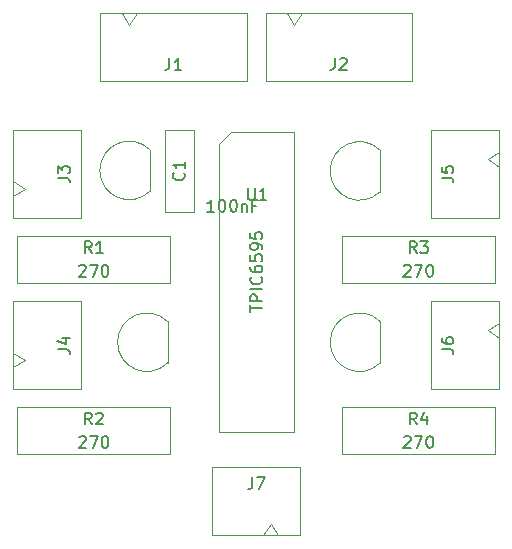
<source format=gbr>
G04 #@! TF.GenerationSoftware,KiCad,Pcbnew,(5.1.4)-1*
G04 #@! TF.CreationDate,2020-08-13T18:30:19+03:00*
G04 #@! TF.ProjectId,4_switch_array,345f7377-6974-4636-985f-61727261792e,rev?*
G04 #@! TF.SameCoordinates,Original*
G04 #@! TF.FileFunction,Other,Fab,Top*
%FSLAX46Y46*%
G04 Gerber Fmt 4.6, Leading zero omitted, Abs format (unit mm)*
G04 Created by KiCad (PCBNEW (5.1.4)-1) date 2020-08-13 18:30:19*
%MOMM*%
%LPD*%
G04 APERTURE LIST*
%ADD10C,0.100000*%
%ADD11C,0.150000*%
G04 APERTURE END LIST*
D10*
X139000000Y-45500000D02*
X139000000Y-52500000D01*
X141500000Y-45500000D02*
X139000000Y-45500000D01*
X141500000Y-52500000D02*
X141500000Y-45500000D01*
X139000000Y-52500000D02*
X141500000Y-52500000D01*
X143635000Y-46730000D02*
X144635000Y-45730000D01*
X143635000Y-71130000D02*
X143635000Y-46730000D01*
X149985000Y-71130000D02*
X143635000Y-71130000D01*
X149985000Y-45730000D02*
X149985000Y-71130000D01*
X144635000Y-45730000D02*
X149985000Y-45730000D01*
X126500000Y-73000000D02*
X139500000Y-73000000D01*
X126500000Y-69000000D02*
X126500000Y-73000000D01*
X139500000Y-69000000D02*
X126500000Y-69000000D01*
X139500000Y-73000000D02*
X139500000Y-69000000D01*
X167000000Y-54500000D02*
X154000000Y-54500000D01*
X167000000Y-58500000D02*
X167000000Y-54500000D01*
X154000000Y-58500000D02*
X167000000Y-58500000D01*
X154000000Y-54500000D02*
X154000000Y-58500000D01*
X126500000Y-58500000D02*
X139500000Y-58500000D01*
X126500000Y-54500000D02*
X126500000Y-58500000D01*
X139500000Y-54500000D02*
X126500000Y-54500000D01*
X139500000Y-58500000D02*
X139500000Y-54500000D01*
X167000000Y-69000000D02*
X154000000Y-69000000D01*
X167000000Y-73000000D02*
X167000000Y-69000000D01*
X154000000Y-73000000D02*
X167000000Y-73000000D01*
X154000000Y-69000000D02*
X154000000Y-73000000D01*
X139253625Y-65253625D02*
G75*
G02X135020000Y-63500000I-1753625J1753625D01*
G01*
X139253625Y-61746375D02*
G75*
G03X135020000Y-63500000I-1753625J-1753625D01*
G01*
X139250000Y-65240000D02*
X139250000Y-61740000D01*
X157253625Y-50753625D02*
G75*
G02X153020000Y-49000000I-1753625J1753625D01*
G01*
X157253625Y-47246375D02*
G75*
G03X153020000Y-49000000I-1753625J-1753625D01*
G01*
X157250000Y-50740000D02*
X157250000Y-47240000D01*
X137753625Y-50713625D02*
G75*
G02X133520000Y-48960000I-1753625J1753625D01*
G01*
X137753625Y-47206375D02*
G75*
G03X133520000Y-48960000I-1753625J-1753625D01*
G01*
X137750000Y-50700000D02*
X137750000Y-47200000D01*
X157253625Y-65253625D02*
G75*
G02X153020000Y-63500000I-1753625J1753625D01*
G01*
X157253625Y-61746375D02*
G75*
G03X153020000Y-63500000I-1753625J-1753625D01*
G01*
X157250000Y-65240000D02*
X157250000Y-61740000D01*
X148000000Y-78850000D02*
X147375000Y-79850000D01*
X148625000Y-79850000D02*
X148000000Y-78850000D01*
X143050000Y-79850000D02*
X150450000Y-79850000D01*
X143050000Y-74100000D02*
X143050000Y-79850000D01*
X150450000Y-74100000D02*
X143050000Y-74100000D01*
X150450000Y-79850000D02*
X150450000Y-74100000D01*
X127150000Y-65000000D02*
X126150000Y-64375000D01*
X126150000Y-65625000D02*
X127150000Y-65000000D01*
X126150000Y-60050000D02*
X126150000Y-67450000D01*
X131900000Y-60050000D02*
X126150000Y-60050000D01*
X131900000Y-67450000D02*
X131900000Y-60050000D01*
X126150000Y-67450000D02*
X131900000Y-67450000D01*
X166350000Y-48000000D02*
X167350000Y-48625000D01*
X167350000Y-47375000D02*
X166350000Y-48000000D01*
X167350000Y-52950000D02*
X167350000Y-45550000D01*
X161600000Y-52950000D02*
X167350000Y-52950000D01*
X161600000Y-45550000D02*
X161600000Y-52950000D01*
X167350000Y-45550000D02*
X161600000Y-45550000D01*
X127150000Y-50500000D02*
X126150000Y-49875000D01*
X126150000Y-51125000D02*
X127150000Y-50500000D01*
X126150000Y-45550000D02*
X126150000Y-52950000D01*
X131900000Y-45550000D02*
X126150000Y-45550000D01*
X131900000Y-52950000D02*
X131900000Y-45550000D01*
X126150000Y-52950000D02*
X131900000Y-52950000D01*
X166350000Y-62500000D02*
X167350000Y-63125000D01*
X167350000Y-61875000D02*
X166350000Y-62500000D01*
X167350000Y-67450000D02*
X167350000Y-60050000D01*
X161600000Y-67450000D02*
X167350000Y-67450000D01*
X161600000Y-60050000D02*
X161600000Y-67450000D01*
X167350000Y-60050000D02*
X161600000Y-60050000D01*
X150000000Y-36650000D02*
X150625000Y-35650000D01*
X149375000Y-35650000D02*
X150000000Y-36650000D01*
X159950000Y-35650000D02*
X147550000Y-35650000D01*
X159950000Y-41400000D02*
X159950000Y-35650000D01*
X147550000Y-41400000D02*
X159950000Y-41400000D01*
X147550000Y-35650000D02*
X147550000Y-41400000D01*
X136000000Y-36650000D02*
X136625000Y-35650000D01*
X135375000Y-35650000D02*
X136000000Y-36650000D01*
X145950000Y-35650000D02*
X133550000Y-35650000D01*
X145950000Y-41400000D02*
X145950000Y-35650000D01*
X133550000Y-41400000D02*
X145950000Y-41400000D01*
X133550000Y-35650000D02*
X133550000Y-41400000D01*
D11*
X143202380Y-52452380D02*
X142630952Y-52452380D01*
X142916666Y-52452380D02*
X142916666Y-51452380D01*
X142821428Y-51595238D01*
X142726190Y-51690476D01*
X142630952Y-51738095D01*
X143821428Y-51452380D02*
X143916666Y-51452380D01*
X144011904Y-51500000D01*
X144059523Y-51547619D01*
X144107142Y-51642857D01*
X144154761Y-51833333D01*
X144154761Y-52071428D01*
X144107142Y-52261904D01*
X144059523Y-52357142D01*
X144011904Y-52404761D01*
X143916666Y-52452380D01*
X143821428Y-52452380D01*
X143726190Y-52404761D01*
X143678571Y-52357142D01*
X143630952Y-52261904D01*
X143583333Y-52071428D01*
X143583333Y-51833333D01*
X143630952Y-51642857D01*
X143678571Y-51547619D01*
X143726190Y-51500000D01*
X143821428Y-51452380D01*
X144773809Y-51452380D02*
X144869047Y-51452380D01*
X144964285Y-51500000D01*
X145011904Y-51547619D01*
X145059523Y-51642857D01*
X145107142Y-51833333D01*
X145107142Y-52071428D01*
X145059523Y-52261904D01*
X145011904Y-52357142D01*
X144964285Y-52404761D01*
X144869047Y-52452380D01*
X144773809Y-52452380D01*
X144678571Y-52404761D01*
X144630952Y-52357142D01*
X144583333Y-52261904D01*
X144535714Y-52071428D01*
X144535714Y-51833333D01*
X144583333Y-51642857D01*
X144630952Y-51547619D01*
X144678571Y-51500000D01*
X144773809Y-51452380D01*
X145535714Y-51785714D02*
X145535714Y-52452380D01*
X145535714Y-51880952D02*
X145583333Y-51833333D01*
X145678571Y-51785714D01*
X145821428Y-51785714D01*
X145916666Y-51833333D01*
X145964285Y-51928571D01*
X145964285Y-52452380D01*
X146773809Y-51928571D02*
X146440476Y-51928571D01*
X146440476Y-52452380D02*
X146440476Y-51452380D01*
X146916666Y-51452380D01*
X140607142Y-49166666D02*
X140654761Y-49214285D01*
X140702380Y-49357142D01*
X140702380Y-49452380D01*
X140654761Y-49595238D01*
X140559523Y-49690476D01*
X140464285Y-49738095D01*
X140273809Y-49785714D01*
X140130952Y-49785714D01*
X139940476Y-49738095D01*
X139845238Y-49690476D01*
X139750000Y-49595238D01*
X139702380Y-49452380D01*
X139702380Y-49357142D01*
X139750000Y-49214285D01*
X139797619Y-49166666D01*
X140702380Y-48214285D02*
X140702380Y-48785714D01*
X140702380Y-48500000D02*
X139702380Y-48500000D01*
X139845238Y-48595238D01*
X139940476Y-48690476D01*
X139988095Y-48785714D01*
X146262380Y-60928571D02*
X146262380Y-60357142D01*
X147262380Y-60642857D02*
X146262380Y-60642857D01*
X147262380Y-60023809D02*
X146262380Y-60023809D01*
X146262380Y-59642857D01*
X146310000Y-59547619D01*
X146357619Y-59500000D01*
X146452857Y-59452380D01*
X146595714Y-59452380D01*
X146690952Y-59500000D01*
X146738571Y-59547619D01*
X146786190Y-59642857D01*
X146786190Y-60023809D01*
X147262380Y-59023809D02*
X146262380Y-59023809D01*
X147167142Y-57976190D02*
X147214761Y-58023809D01*
X147262380Y-58166666D01*
X147262380Y-58261904D01*
X147214761Y-58404761D01*
X147119523Y-58500000D01*
X147024285Y-58547619D01*
X146833809Y-58595238D01*
X146690952Y-58595238D01*
X146500476Y-58547619D01*
X146405238Y-58500000D01*
X146310000Y-58404761D01*
X146262380Y-58261904D01*
X146262380Y-58166666D01*
X146310000Y-58023809D01*
X146357619Y-57976190D01*
X146262380Y-57119047D02*
X146262380Y-57309523D01*
X146310000Y-57404761D01*
X146357619Y-57452380D01*
X146500476Y-57547619D01*
X146690952Y-57595238D01*
X147071904Y-57595238D01*
X147167142Y-57547619D01*
X147214761Y-57500000D01*
X147262380Y-57404761D01*
X147262380Y-57214285D01*
X147214761Y-57119047D01*
X147167142Y-57071428D01*
X147071904Y-57023809D01*
X146833809Y-57023809D01*
X146738571Y-57071428D01*
X146690952Y-57119047D01*
X146643333Y-57214285D01*
X146643333Y-57404761D01*
X146690952Y-57500000D01*
X146738571Y-57547619D01*
X146833809Y-57595238D01*
X146262380Y-56119047D02*
X146262380Y-56595238D01*
X146738571Y-56642857D01*
X146690952Y-56595238D01*
X146643333Y-56500000D01*
X146643333Y-56261904D01*
X146690952Y-56166666D01*
X146738571Y-56119047D01*
X146833809Y-56071428D01*
X147071904Y-56071428D01*
X147167142Y-56119047D01*
X147214761Y-56166666D01*
X147262380Y-56261904D01*
X147262380Y-56500000D01*
X147214761Y-56595238D01*
X147167142Y-56642857D01*
X147262380Y-55595238D02*
X147262380Y-55404761D01*
X147214761Y-55309523D01*
X147167142Y-55261904D01*
X147024285Y-55166666D01*
X146833809Y-55119047D01*
X146452857Y-55119047D01*
X146357619Y-55166666D01*
X146310000Y-55214285D01*
X146262380Y-55309523D01*
X146262380Y-55500000D01*
X146310000Y-55595238D01*
X146357619Y-55642857D01*
X146452857Y-55690476D01*
X146690952Y-55690476D01*
X146786190Y-55642857D01*
X146833809Y-55595238D01*
X146881428Y-55500000D01*
X146881428Y-55309523D01*
X146833809Y-55214285D01*
X146786190Y-55166666D01*
X146690952Y-55119047D01*
X146262380Y-54214285D02*
X146262380Y-54690476D01*
X146738571Y-54738095D01*
X146690952Y-54690476D01*
X146643333Y-54595238D01*
X146643333Y-54357142D01*
X146690952Y-54261904D01*
X146738571Y-54214285D01*
X146833809Y-54166666D01*
X147071904Y-54166666D01*
X147167142Y-54214285D01*
X147214761Y-54261904D01*
X147262380Y-54357142D01*
X147262380Y-54595238D01*
X147214761Y-54690476D01*
X147167142Y-54738095D01*
X146048095Y-50452380D02*
X146048095Y-51261904D01*
X146095714Y-51357142D01*
X146143333Y-51404761D01*
X146238571Y-51452380D01*
X146429047Y-51452380D01*
X146524285Y-51404761D01*
X146571904Y-51357142D01*
X146619523Y-51261904D01*
X146619523Y-50452380D01*
X147619523Y-51452380D02*
X147048095Y-51452380D01*
X147333809Y-51452380D02*
X147333809Y-50452380D01*
X147238571Y-50595238D01*
X147143333Y-50690476D01*
X147048095Y-50738095D01*
X131761904Y-71547619D02*
X131809523Y-71500000D01*
X131904761Y-71452380D01*
X132142857Y-71452380D01*
X132238095Y-71500000D01*
X132285714Y-71547619D01*
X132333333Y-71642857D01*
X132333333Y-71738095D01*
X132285714Y-71880952D01*
X131714285Y-72452380D01*
X132333333Y-72452380D01*
X132666666Y-71452380D02*
X133333333Y-71452380D01*
X132904761Y-72452380D01*
X133904761Y-71452380D02*
X134000000Y-71452380D01*
X134095238Y-71500000D01*
X134142857Y-71547619D01*
X134190476Y-71642857D01*
X134238095Y-71833333D01*
X134238095Y-72071428D01*
X134190476Y-72261904D01*
X134142857Y-72357142D01*
X134095238Y-72404761D01*
X134000000Y-72452380D01*
X133904761Y-72452380D01*
X133809523Y-72404761D01*
X133761904Y-72357142D01*
X133714285Y-72261904D01*
X133666666Y-72071428D01*
X133666666Y-71833333D01*
X133714285Y-71642857D01*
X133761904Y-71547619D01*
X133809523Y-71500000D01*
X133904761Y-71452380D01*
X132833333Y-70452380D02*
X132500000Y-69976190D01*
X132261904Y-70452380D02*
X132261904Y-69452380D01*
X132642857Y-69452380D01*
X132738095Y-69500000D01*
X132785714Y-69547619D01*
X132833333Y-69642857D01*
X132833333Y-69785714D01*
X132785714Y-69880952D01*
X132738095Y-69928571D01*
X132642857Y-69976190D01*
X132261904Y-69976190D01*
X133214285Y-69547619D02*
X133261904Y-69500000D01*
X133357142Y-69452380D01*
X133595238Y-69452380D01*
X133690476Y-69500000D01*
X133738095Y-69547619D01*
X133785714Y-69642857D01*
X133785714Y-69738095D01*
X133738095Y-69880952D01*
X133166666Y-70452380D01*
X133785714Y-70452380D01*
X159261904Y-57047619D02*
X159309523Y-57000000D01*
X159404761Y-56952380D01*
X159642857Y-56952380D01*
X159738095Y-57000000D01*
X159785714Y-57047619D01*
X159833333Y-57142857D01*
X159833333Y-57238095D01*
X159785714Y-57380952D01*
X159214285Y-57952380D01*
X159833333Y-57952380D01*
X160166666Y-56952380D02*
X160833333Y-56952380D01*
X160404761Y-57952380D01*
X161404761Y-56952380D02*
X161500000Y-56952380D01*
X161595238Y-57000000D01*
X161642857Y-57047619D01*
X161690476Y-57142857D01*
X161738095Y-57333333D01*
X161738095Y-57571428D01*
X161690476Y-57761904D01*
X161642857Y-57857142D01*
X161595238Y-57904761D01*
X161500000Y-57952380D01*
X161404761Y-57952380D01*
X161309523Y-57904761D01*
X161261904Y-57857142D01*
X161214285Y-57761904D01*
X161166666Y-57571428D01*
X161166666Y-57333333D01*
X161214285Y-57142857D01*
X161261904Y-57047619D01*
X161309523Y-57000000D01*
X161404761Y-56952380D01*
X160333333Y-55952380D02*
X160000000Y-55476190D01*
X159761904Y-55952380D02*
X159761904Y-54952380D01*
X160142857Y-54952380D01*
X160238095Y-55000000D01*
X160285714Y-55047619D01*
X160333333Y-55142857D01*
X160333333Y-55285714D01*
X160285714Y-55380952D01*
X160238095Y-55428571D01*
X160142857Y-55476190D01*
X159761904Y-55476190D01*
X160666666Y-54952380D02*
X161285714Y-54952380D01*
X160952380Y-55333333D01*
X161095238Y-55333333D01*
X161190476Y-55380952D01*
X161238095Y-55428571D01*
X161285714Y-55523809D01*
X161285714Y-55761904D01*
X161238095Y-55857142D01*
X161190476Y-55904761D01*
X161095238Y-55952380D01*
X160809523Y-55952380D01*
X160714285Y-55904761D01*
X160666666Y-55857142D01*
X131761904Y-57047619D02*
X131809523Y-57000000D01*
X131904761Y-56952380D01*
X132142857Y-56952380D01*
X132238095Y-57000000D01*
X132285714Y-57047619D01*
X132333333Y-57142857D01*
X132333333Y-57238095D01*
X132285714Y-57380952D01*
X131714285Y-57952380D01*
X132333333Y-57952380D01*
X132666666Y-56952380D02*
X133333333Y-56952380D01*
X132904761Y-57952380D01*
X133904761Y-56952380D02*
X134000000Y-56952380D01*
X134095238Y-57000000D01*
X134142857Y-57047619D01*
X134190476Y-57142857D01*
X134238095Y-57333333D01*
X134238095Y-57571428D01*
X134190476Y-57761904D01*
X134142857Y-57857142D01*
X134095238Y-57904761D01*
X134000000Y-57952380D01*
X133904761Y-57952380D01*
X133809523Y-57904761D01*
X133761904Y-57857142D01*
X133714285Y-57761904D01*
X133666666Y-57571428D01*
X133666666Y-57333333D01*
X133714285Y-57142857D01*
X133761904Y-57047619D01*
X133809523Y-57000000D01*
X133904761Y-56952380D01*
X132833333Y-55952380D02*
X132500000Y-55476190D01*
X132261904Y-55952380D02*
X132261904Y-54952380D01*
X132642857Y-54952380D01*
X132738095Y-55000000D01*
X132785714Y-55047619D01*
X132833333Y-55142857D01*
X132833333Y-55285714D01*
X132785714Y-55380952D01*
X132738095Y-55428571D01*
X132642857Y-55476190D01*
X132261904Y-55476190D01*
X133785714Y-55952380D02*
X133214285Y-55952380D01*
X133500000Y-55952380D02*
X133500000Y-54952380D01*
X133404761Y-55095238D01*
X133309523Y-55190476D01*
X133214285Y-55238095D01*
X159261904Y-71547619D02*
X159309523Y-71500000D01*
X159404761Y-71452380D01*
X159642857Y-71452380D01*
X159738095Y-71500000D01*
X159785714Y-71547619D01*
X159833333Y-71642857D01*
X159833333Y-71738095D01*
X159785714Y-71880952D01*
X159214285Y-72452380D01*
X159833333Y-72452380D01*
X160166666Y-71452380D02*
X160833333Y-71452380D01*
X160404761Y-72452380D01*
X161404761Y-71452380D02*
X161500000Y-71452380D01*
X161595238Y-71500000D01*
X161642857Y-71547619D01*
X161690476Y-71642857D01*
X161738095Y-71833333D01*
X161738095Y-72071428D01*
X161690476Y-72261904D01*
X161642857Y-72357142D01*
X161595238Y-72404761D01*
X161500000Y-72452380D01*
X161404761Y-72452380D01*
X161309523Y-72404761D01*
X161261904Y-72357142D01*
X161214285Y-72261904D01*
X161166666Y-72071428D01*
X161166666Y-71833333D01*
X161214285Y-71642857D01*
X161261904Y-71547619D01*
X161309523Y-71500000D01*
X161404761Y-71452380D01*
X160333333Y-70452380D02*
X160000000Y-69976190D01*
X159761904Y-70452380D02*
X159761904Y-69452380D01*
X160142857Y-69452380D01*
X160238095Y-69500000D01*
X160285714Y-69547619D01*
X160333333Y-69642857D01*
X160333333Y-69785714D01*
X160285714Y-69880952D01*
X160238095Y-69928571D01*
X160142857Y-69976190D01*
X159761904Y-69976190D01*
X161190476Y-69785714D02*
X161190476Y-70452380D01*
X160952380Y-69404761D02*
X160714285Y-70119047D01*
X161333333Y-70119047D01*
X146416666Y-74952380D02*
X146416666Y-75666666D01*
X146369047Y-75809523D01*
X146273809Y-75904761D01*
X146130952Y-75952380D01*
X146035714Y-75952380D01*
X146797619Y-74952380D02*
X147464285Y-74952380D01*
X147035714Y-75952380D01*
X129952380Y-64083333D02*
X130666666Y-64083333D01*
X130809523Y-64130952D01*
X130904761Y-64226190D01*
X130952380Y-64369047D01*
X130952380Y-64464285D01*
X130285714Y-63178571D02*
X130952380Y-63178571D01*
X129904761Y-63416666D02*
X130619047Y-63654761D01*
X130619047Y-63035714D01*
X162452380Y-49583333D02*
X163166666Y-49583333D01*
X163309523Y-49630952D01*
X163404761Y-49726190D01*
X163452380Y-49869047D01*
X163452380Y-49964285D01*
X162452380Y-48630952D02*
X162452380Y-49107142D01*
X162928571Y-49154761D01*
X162880952Y-49107142D01*
X162833333Y-49011904D01*
X162833333Y-48773809D01*
X162880952Y-48678571D01*
X162928571Y-48630952D01*
X163023809Y-48583333D01*
X163261904Y-48583333D01*
X163357142Y-48630952D01*
X163404761Y-48678571D01*
X163452380Y-48773809D01*
X163452380Y-49011904D01*
X163404761Y-49107142D01*
X163357142Y-49154761D01*
X129952380Y-49583333D02*
X130666666Y-49583333D01*
X130809523Y-49630952D01*
X130904761Y-49726190D01*
X130952380Y-49869047D01*
X130952380Y-49964285D01*
X129952380Y-49202380D02*
X129952380Y-48583333D01*
X130333333Y-48916666D01*
X130333333Y-48773809D01*
X130380952Y-48678571D01*
X130428571Y-48630952D01*
X130523809Y-48583333D01*
X130761904Y-48583333D01*
X130857142Y-48630952D01*
X130904761Y-48678571D01*
X130952380Y-48773809D01*
X130952380Y-49059523D01*
X130904761Y-49154761D01*
X130857142Y-49202380D01*
X162452380Y-64083333D02*
X163166666Y-64083333D01*
X163309523Y-64130952D01*
X163404761Y-64226190D01*
X163452380Y-64369047D01*
X163452380Y-64464285D01*
X162452380Y-63178571D02*
X162452380Y-63369047D01*
X162500000Y-63464285D01*
X162547619Y-63511904D01*
X162690476Y-63607142D01*
X162880952Y-63654761D01*
X163261904Y-63654761D01*
X163357142Y-63607142D01*
X163404761Y-63559523D01*
X163452380Y-63464285D01*
X163452380Y-63273809D01*
X163404761Y-63178571D01*
X163357142Y-63130952D01*
X163261904Y-63083333D01*
X163023809Y-63083333D01*
X162928571Y-63130952D01*
X162880952Y-63178571D01*
X162833333Y-63273809D01*
X162833333Y-63464285D01*
X162880952Y-63559523D01*
X162928571Y-63607142D01*
X163023809Y-63654761D01*
X153416666Y-39452380D02*
X153416666Y-40166666D01*
X153369047Y-40309523D01*
X153273809Y-40404761D01*
X153130952Y-40452380D01*
X153035714Y-40452380D01*
X153845238Y-39547619D02*
X153892857Y-39500000D01*
X153988095Y-39452380D01*
X154226190Y-39452380D01*
X154321428Y-39500000D01*
X154369047Y-39547619D01*
X154416666Y-39642857D01*
X154416666Y-39738095D01*
X154369047Y-39880952D01*
X153797619Y-40452380D01*
X154416666Y-40452380D01*
X139416666Y-39452380D02*
X139416666Y-40166666D01*
X139369047Y-40309523D01*
X139273809Y-40404761D01*
X139130952Y-40452380D01*
X139035714Y-40452380D01*
X140416666Y-40452380D02*
X139845238Y-40452380D01*
X140130952Y-40452380D02*
X140130952Y-39452380D01*
X140035714Y-39595238D01*
X139940476Y-39690476D01*
X139845238Y-39738095D01*
M02*

</source>
